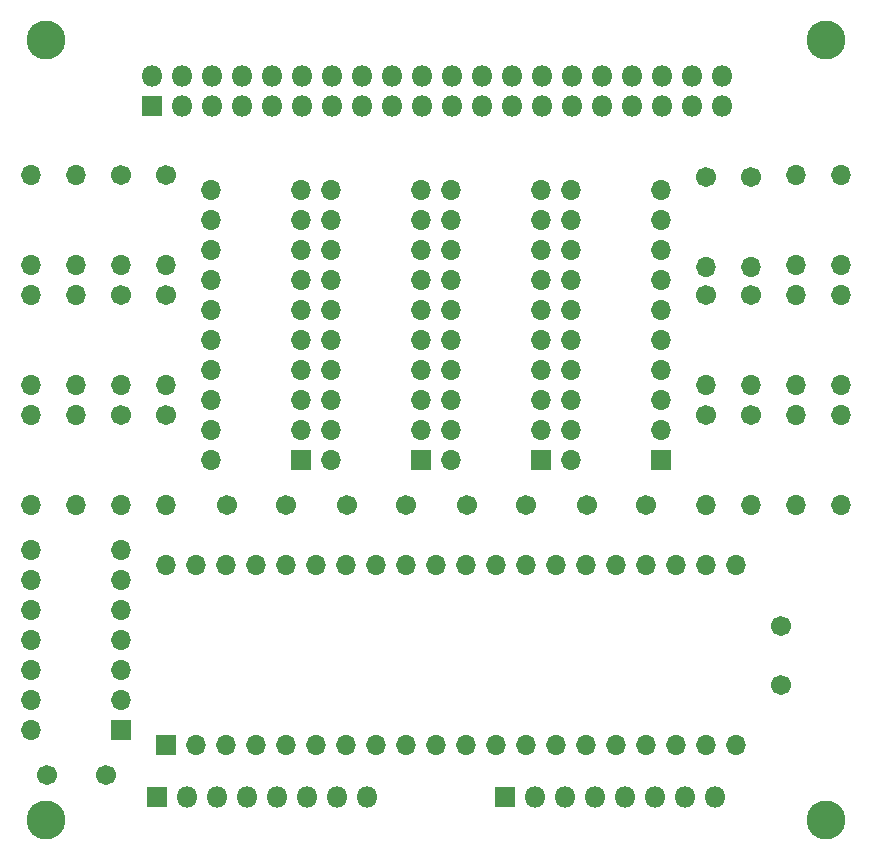
<source format=gts>
%TF.GenerationSoftware,KiCad,Pcbnew,(5.0.0)*%
%TF.CreationDate,2018-10-23T17:25:26+02:00*%
%TF.ProjectId,S80 Processor,5338302050726F636573736F722E6B69,1.0*%
%TF.SameCoordinates,Original*%
%TF.FileFunction,Soldermask,Top*%
%TF.FilePolarity,Negative*%
%FSLAX46Y46*%
G04 Gerber Fmt 4.6, Leading zero omitted, Abs format (unit mm)*
G04 Created by KiCad (PCBNEW (5.0.0)) date 10/23/18 17:25:26*
%MOMM*%
%LPD*%
G01*
G04 APERTURE LIST*
%ADD10C,3.301600*%
%ADD11R,1.701600X1.701600*%
%ADD12O,1.701600X1.701600*%
%ADD13O,1.801600X1.801600*%
%ADD14R,1.801600X1.801600*%
%ADD15C,1.701600*%
G04 APERTURE END LIST*
D10*
X142240000Y-99060000D03*
X76200000Y-99060000D03*
X142240000Y-33020000D03*
X76200000Y-33020000D03*
D11*
X107950000Y-68580000D03*
D12*
X100330000Y-45720000D03*
X107950000Y-66040000D03*
X100330000Y-48260000D03*
X107950000Y-63500000D03*
X100330000Y-50800000D03*
X107950000Y-60960000D03*
X100330000Y-53340000D03*
X107950000Y-58420000D03*
X100330000Y-55880000D03*
X107950000Y-55880000D03*
X100330000Y-58420000D03*
X107950000Y-53340000D03*
X100330000Y-60960000D03*
X107950000Y-50800000D03*
X100330000Y-63500000D03*
X107950000Y-48260000D03*
X100330000Y-66040000D03*
X107950000Y-45720000D03*
X100330000Y-68580000D03*
D13*
X133426200Y-36073080D03*
X133426200Y-38613080D03*
X130886200Y-36073080D03*
X130886200Y-38613080D03*
X128346200Y-36073080D03*
X128346200Y-38613080D03*
X125806200Y-36073080D03*
X125806200Y-38613080D03*
X123266200Y-36073080D03*
X123266200Y-38613080D03*
X120726200Y-36073080D03*
X120726200Y-38613080D03*
X118186200Y-36073080D03*
X118186200Y-38613080D03*
X115646200Y-36073080D03*
X115646200Y-38613080D03*
X113106200Y-36073080D03*
X113106200Y-38613080D03*
X110566200Y-36073080D03*
X110566200Y-38613080D03*
X108026200Y-36073080D03*
X108026200Y-38613080D03*
X105486200Y-36073080D03*
X105486200Y-38613080D03*
X102946200Y-36073080D03*
X102946200Y-38613080D03*
X100406200Y-36073080D03*
X100406200Y-38613080D03*
X97866200Y-36073080D03*
X97866200Y-38613080D03*
X95326200Y-36073080D03*
X95326200Y-38613080D03*
X92786200Y-36073080D03*
X92786200Y-38613080D03*
X90246200Y-36073080D03*
X90246200Y-38613080D03*
X87706200Y-36073080D03*
X87706200Y-38613080D03*
X85166200Y-36073080D03*
D14*
X85166200Y-38613080D03*
D12*
X90170000Y-68580000D03*
X97790000Y-45720000D03*
X90170000Y-66040000D03*
X97790000Y-48260000D03*
X90170000Y-63500000D03*
X97790000Y-50800000D03*
X90170000Y-60960000D03*
X97790000Y-53340000D03*
X90170000Y-58420000D03*
X97790000Y-55880000D03*
X90170000Y-55880000D03*
X97790000Y-58420000D03*
X90170000Y-53340000D03*
X97790000Y-60960000D03*
X90170000Y-50800000D03*
X97790000Y-63500000D03*
X90170000Y-48260000D03*
X97790000Y-66040000D03*
X90170000Y-45720000D03*
D11*
X97790000Y-68580000D03*
D15*
X138430000Y-87630000D03*
X138430000Y-82630000D03*
X76280000Y-95250000D03*
X81280000Y-95250000D03*
X96520000Y-72390000D03*
X91520000Y-72390000D03*
X101680000Y-72390000D03*
X106680000Y-72390000D03*
X116840000Y-72390000D03*
X111840000Y-72390000D03*
X127000000Y-72390000D03*
X122000000Y-72390000D03*
D13*
X103378000Y-97078800D03*
X100838000Y-97078800D03*
X98298000Y-97078800D03*
X95758000Y-97078800D03*
X93218000Y-97078800D03*
X90678000Y-97078800D03*
X88138000Y-97078800D03*
D14*
X85598000Y-97078800D03*
X115062000Y-97078800D03*
D13*
X117602000Y-97078800D03*
X120142000Y-97078800D03*
X122682000Y-97078800D03*
X125222000Y-97078800D03*
X127762000Y-97078800D03*
X130302000Y-97078800D03*
X132842000Y-97078800D03*
D15*
X82550000Y-64770000D03*
D12*
X82550000Y-72390000D03*
D11*
X118110000Y-68580000D03*
D12*
X110490000Y-45720000D03*
X118110000Y-66040000D03*
X110490000Y-48260000D03*
X118110000Y-63500000D03*
X110490000Y-50800000D03*
X118110000Y-60960000D03*
X110490000Y-53340000D03*
X118110000Y-58420000D03*
X110490000Y-55880000D03*
X118110000Y-55880000D03*
X110490000Y-58420000D03*
X118110000Y-53340000D03*
X110490000Y-60960000D03*
X118110000Y-50800000D03*
X110490000Y-63500000D03*
X118110000Y-48260000D03*
X110490000Y-66040000D03*
X118110000Y-45720000D03*
X110490000Y-68580000D03*
X120650000Y-68580000D03*
X128270000Y-45720000D03*
X120650000Y-66040000D03*
X128270000Y-48260000D03*
X120650000Y-63500000D03*
X128270000Y-50800000D03*
X120650000Y-60960000D03*
X128270000Y-53340000D03*
X120650000Y-58420000D03*
X128270000Y-55880000D03*
X120650000Y-55880000D03*
X128270000Y-58420000D03*
X120650000Y-53340000D03*
X128270000Y-60960000D03*
X120650000Y-50800000D03*
X128270000Y-63500000D03*
X120650000Y-48260000D03*
X128270000Y-66040000D03*
X120650000Y-45720000D03*
D11*
X128270000Y-68580000D03*
X86360000Y-92710000D03*
D12*
X134620000Y-77470000D03*
X88900000Y-92710000D03*
X132080000Y-77470000D03*
X91440000Y-92710000D03*
X129540000Y-77470000D03*
X93980000Y-92710000D03*
X127000000Y-77470000D03*
X96520000Y-92710000D03*
X124460000Y-77470000D03*
X99060000Y-92710000D03*
X121920000Y-77470000D03*
X101600000Y-92710000D03*
X119380000Y-77470000D03*
X104140000Y-92710000D03*
X116840000Y-77470000D03*
X106680000Y-92710000D03*
X114300000Y-77470000D03*
X109220000Y-92710000D03*
X111760000Y-77470000D03*
X111760000Y-92710000D03*
X109220000Y-77470000D03*
X114300000Y-92710000D03*
X106680000Y-77470000D03*
X116840000Y-92710000D03*
X104140000Y-77470000D03*
X119380000Y-92710000D03*
X101600000Y-77470000D03*
X121920000Y-92710000D03*
X99060000Y-77470000D03*
X124460000Y-92710000D03*
X96520000Y-77470000D03*
X127000000Y-92710000D03*
X93980000Y-77470000D03*
X129540000Y-92710000D03*
X91440000Y-77470000D03*
X132080000Y-92710000D03*
X88900000Y-77470000D03*
X134620000Y-92710000D03*
X86360000Y-77470000D03*
X135890000Y-72390000D03*
D15*
X135890000Y-64770000D03*
X135890000Y-54610000D03*
D12*
X135890000Y-62230000D03*
X135890000Y-52197000D03*
D15*
X135890000Y-44577000D03*
X82550000Y-44450000D03*
D12*
X82550000Y-52070000D03*
X82550000Y-62230000D03*
D15*
X82550000Y-54610000D03*
D12*
X74930000Y-91440000D03*
X82550000Y-76200000D03*
X74930000Y-88900000D03*
X82550000Y-78740000D03*
X74930000Y-86360000D03*
X82550000Y-81280000D03*
X74930000Y-83820000D03*
X82550000Y-83820000D03*
X74930000Y-81280000D03*
X82550000Y-86360000D03*
X74930000Y-78740000D03*
X82550000Y-88900000D03*
X74930000Y-76200000D03*
D11*
X82550000Y-91440000D03*
D15*
X132080000Y-64770000D03*
D12*
X132080000Y-72390000D03*
X132080000Y-62230000D03*
D15*
X132080000Y-54610000D03*
X132080000Y-44577000D03*
D12*
X132080000Y-52197000D03*
X86360000Y-52070000D03*
D15*
X86360000Y-44450000D03*
X86360000Y-54610000D03*
D12*
X86360000Y-62230000D03*
X86360000Y-72390000D03*
D15*
X86360000Y-64770000D03*
D12*
X139700000Y-72390000D03*
X139700000Y-64770000D03*
X143510000Y-72390000D03*
X143510000Y-64770000D03*
X139700000Y-54610000D03*
X139700000Y-62230000D03*
X143510000Y-62230000D03*
X143510000Y-54610000D03*
X139700000Y-52070000D03*
X139700000Y-44450000D03*
X143510000Y-44450000D03*
X143510000Y-52070000D03*
X78740000Y-44450000D03*
X78740000Y-52070000D03*
X74930000Y-44450000D03*
X74930000Y-52070000D03*
X78740000Y-62230000D03*
X78740000Y-54610000D03*
X74930000Y-62230000D03*
X74930000Y-54610000D03*
X78740000Y-64770000D03*
X78740000Y-72390000D03*
X74930000Y-64770000D03*
X74930000Y-72390000D03*
M02*

</source>
